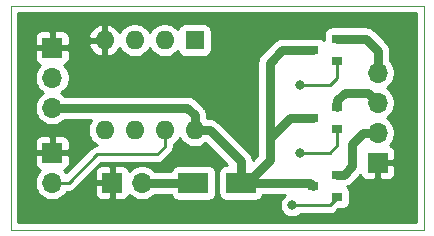
<source format=gbr>
%TF.GenerationSoftware,KiCad,Pcbnew,(5.1.6)-1*%
%TF.CreationDate,2020-09-18T09:58:32+02:00*%
%TF.ProjectId,rainbow-ledbar-CMS,7261696e-626f-4772-9d6c-65646261722d,rev?*%
%TF.SameCoordinates,Original*%
%TF.FileFunction,Copper,L2,Bot*%
%TF.FilePolarity,Positive*%
%FSLAX46Y46*%
G04 Gerber Fmt 4.6, Leading zero omitted, Abs format (unit mm)*
G04 Created by KiCad (PCBNEW (5.1.6)-1) date 2020-09-18 09:58:32*
%MOMM*%
%LPD*%
G01*
G04 APERTURE LIST*
%TA.AperFunction,Profile*%
%ADD10C,0.050000*%
%TD*%
%TA.AperFunction,SMDPad,CuDef*%
%ADD11R,0.900000X0.800000*%
%TD*%
%TA.AperFunction,SMDPad,CuDef*%
%ADD12R,2.500000X1.800000*%
%TD*%
%TA.AperFunction,ComponentPad*%
%ADD13R,1.700000X1.700000*%
%TD*%
%TA.AperFunction,ComponentPad*%
%ADD14O,1.700000X1.700000*%
%TD*%
%TA.AperFunction,ComponentPad*%
%ADD15R,1.600000X1.600000*%
%TD*%
%TA.AperFunction,ComponentPad*%
%ADD16O,1.600000X1.600000*%
%TD*%
%TA.AperFunction,ViaPad*%
%ADD17C,0.800000*%
%TD*%
%TA.AperFunction,Conductor*%
%ADD18C,0.800000*%
%TD*%
%TA.AperFunction,Conductor*%
%ADD19C,0.250000*%
%TD*%
%TA.AperFunction,Conductor*%
%ADD20C,0.254000*%
%TD*%
G04 APERTURE END LIST*
D10*
X140000000Y-91000000D02*
X140000000Y-72000000D01*
X175000000Y-91000000D02*
X140000000Y-91000000D01*
X175000000Y-72000000D02*
X175000000Y-91000000D01*
X140000000Y-72000000D02*
X175000000Y-72000000D01*
D11*
%TO.P,Q1,1*%
%TO.N,Net-(J1-Pad3)*%
X167624000Y-80546000D03*
%TO.P,Q1,2*%
%TO.N,Net-(Q1-Pad2)*%
X167624000Y-82446000D03*
%TO.P,Q1,3*%
%TO.N,VCC*%
X165624000Y-81496000D03*
%TD*%
%TO.P,Q2,3*%
%TO.N,VCC*%
X165624000Y-87251000D03*
%TO.P,Q2,2*%
%TO.N,Net-(Q2-Pad2)*%
X167624000Y-88201000D03*
%TO.P,Q2,1*%
%TO.N,Net-(J1-Pad2)*%
X167624000Y-86301000D03*
%TD*%
%TO.P,Q3,1*%
%TO.N,Net-(J1-Pad4)*%
X167624000Y-74796000D03*
%TO.P,Q3,2*%
%TO.N,Net-(Q3-Pad2)*%
X167624000Y-76696000D03*
%TO.P,Q3,3*%
%TO.N,VCC*%
X165624000Y-75746000D03*
%TD*%
D12*
%TO.P,D1,1*%
%TO.N,VCC*%
X159480000Y-86995000D03*
%TO.P,D1,2*%
%TO.N,Net-(D1-Pad2)*%
X155480000Y-86995000D03*
%TD*%
D13*
%TO.P,J1,1*%
%TO.N,GNDREF*%
X171069000Y-85300000D03*
D14*
%TO.P,J1,2*%
%TO.N,Net-(J1-Pad2)*%
X171069000Y-82760000D03*
%TO.P,J1,3*%
%TO.N,Net-(J1-Pad3)*%
X171069000Y-80220000D03*
%TO.P,J1,4*%
%TO.N,Net-(J1-Pad4)*%
X171069000Y-77680000D03*
%TD*%
D13*
%TO.P,J2,1*%
%TO.N,GNDREF*%
X148590000Y-86995000D03*
D14*
%TO.P,J2,2*%
%TO.N,Net-(D1-Pad2)*%
X151130000Y-86995000D03*
%TD*%
%TO.P,J3,2*%
%TO.N,PushButton*%
X143510000Y-86995000D03*
D13*
%TO.P,J3,1*%
%TO.N,GNDREF*%
X143510000Y-84455000D03*
%TD*%
%TO.P,J5,1*%
%TO.N,GNDREF*%
X143510000Y-75565000D03*
D14*
%TO.P,J5,2*%
%TO.N,Potentiom\u00E8tre*%
X143510000Y-78105000D03*
%TO.P,J5,3*%
%TO.N,VCC*%
X143510000Y-80645000D03*
%TD*%
D15*
%TO.P,U1,1*%
%TO.N,Net-(U1-Pad1)*%
X155575000Y-74930000D03*
D16*
%TO.P,U1,5*%
%TO.N,B*%
X147955000Y-82550000D03*
%TO.P,U1,2*%
%TO.N,R*%
X153035000Y-74930000D03*
%TO.P,U1,6*%
%TO.N,G*%
X150495000Y-82550000D03*
%TO.P,U1,3*%
%TO.N,Potentiom\u00E8tre*%
X150495000Y-74930000D03*
%TO.P,U1,7*%
%TO.N,PushButton*%
X153035000Y-82550000D03*
%TO.P,U1,4*%
%TO.N,GNDREF*%
X147955000Y-74930000D03*
%TO.P,U1,8*%
%TO.N,VCC*%
X155575000Y-82550000D03*
%TD*%
D17*
%TO.N,GNDREF*%
X153000000Y-78000000D03*
X173000000Y-74000000D03*
X173000000Y-89000000D03*
X156210000Y-84455000D03*
X146050000Y-88900000D03*
X159385000Y-73660000D03*
%TO.N,Net-(Q1-Pad2)*%
X164465000Y-84455000D03*
%TO.N,Net-(Q2-Pad2)*%
X163830000Y-88900000D03*
%TO.N,Net-(Q3-Pad2)*%
X164465000Y-78740000D03*
%TD*%
D18*
%TO.N,Net-(J1-Pad4)*%
X167624000Y-74796000D02*
X170046000Y-74796000D01*
X171069000Y-75819000D02*
X171069000Y-77680000D01*
X170046000Y-74796000D02*
X171069000Y-75819000D01*
%TO.N,Net-(J1-Pad3)*%
X167624000Y-80546000D02*
X167624000Y-80026000D01*
X167624000Y-80026000D02*
X168275000Y-79375000D01*
X170224000Y-79375000D02*
X171069000Y-80220000D01*
X168275000Y-79375000D02*
X170224000Y-79375000D01*
%TO.N,Net-(J1-Pad2)*%
X167624000Y-86301000D02*
X168216000Y-86301000D01*
X168910000Y-85607000D02*
X168910000Y-83716919D01*
X168910000Y-83716919D02*
X169866919Y-82760000D01*
X169866919Y-82760000D02*
X171069000Y-82760000D01*
X168216000Y-86301000D02*
X168910000Y-85607000D01*
%TO.N,VCC*%
X155575000Y-82550000D02*
X156845000Y-82550000D01*
X159480000Y-85185000D02*
X159480000Y-86995000D01*
X156845000Y-82550000D02*
X159480000Y-85185000D01*
X155575000Y-81280000D02*
X155575000Y-82550000D01*
X143510000Y-80645000D02*
X154940000Y-80645000D01*
X154940000Y-80645000D02*
X155575000Y-81280000D01*
X165368000Y-86995000D02*
X165624000Y-87251000D01*
X159480000Y-86995000D02*
X165368000Y-86995000D01*
X159480000Y-86995000D02*
X160020000Y-86995000D01*
X160020000Y-86995000D02*
X161925000Y-85090000D01*
X161925000Y-85090000D02*
X161925000Y-83185000D01*
X163614000Y-81496000D02*
X165624000Y-81496000D01*
X161925000Y-83185000D02*
X163614000Y-81496000D01*
X163014000Y-75746000D02*
X165624000Y-75746000D01*
X161925000Y-83185000D02*
X161925000Y-76835000D01*
X161925000Y-76835000D02*
X163014000Y-75746000D01*
D19*
%TO.N,PushButton*%
X153035000Y-83947000D02*
X153035000Y-82550000D01*
X152400000Y-84582000D02*
X153035000Y-83947000D01*
X147320000Y-84582000D02*
X152400000Y-84582000D01*
X143510000Y-86995000D02*
X144907000Y-86995000D01*
X144907000Y-86995000D02*
X147320000Y-84582000D01*
%TO.N,Net-(Q1-Pad2)*%
X164465000Y-84455000D02*
X167005000Y-84455000D01*
X167624000Y-83836000D02*
X167624000Y-82446000D01*
X167005000Y-84455000D02*
X167624000Y-83836000D01*
%TO.N,Net-(Q2-Pad2)*%
X167560000Y-88265000D02*
X167624000Y-88201000D01*
X167624000Y-88201000D02*
X167624000Y-88281000D01*
X167005000Y-88900000D02*
X163830000Y-88900000D01*
X167624000Y-88281000D02*
X167005000Y-88900000D01*
%TO.N,Net-(Q3-Pad2)*%
X164465000Y-78740000D02*
X167005000Y-78740000D01*
X167624000Y-78121000D02*
X167624000Y-76696000D01*
X167005000Y-78740000D02*
X167624000Y-78121000D01*
D18*
%TO.N,Net-(D1-Pad2)*%
X151130000Y-86995000D02*
X155480000Y-86995000D01*
%TD*%
D20*
%TO.N,GNDREF*%
G36*
X174340001Y-90340000D02*
G01*
X140660000Y-90340000D01*
X140660000Y-83605000D01*
X142021928Y-83605000D01*
X142025000Y-84169250D01*
X142183750Y-84328000D01*
X143383000Y-84328000D01*
X143383000Y-83128750D01*
X143637000Y-83128750D01*
X143637000Y-84328000D01*
X144836250Y-84328000D01*
X144995000Y-84169250D01*
X144998072Y-83605000D01*
X144985812Y-83480518D01*
X144949502Y-83360820D01*
X144890537Y-83250506D01*
X144811185Y-83153815D01*
X144714494Y-83074463D01*
X144604180Y-83015498D01*
X144484482Y-82979188D01*
X144360000Y-82966928D01*
X143795750Y-82970000D01*
X143637000Y-83128750D01*
X143383000Y-83128750D01*
X143224250Y-82970000D01*
X142660000Y-82966928D01*
X142535518Y-82979188D01*
X142415820Y-83015498D01*
X142305506Y-83074463D01*
X142208815Y-83153815D01*
X142129463Y-83250506D01*
X142070498Y-83360820D01*
X142034188Y-83480518D01*
X142021928Y-83605000D01*
X140660000Y-83605000D01*
X140660000Y-76415000D01*
X142021928Y-76415000D01*
X142034188Y-76539482D01*
X142070498Y-76659180D01*
X142129463Y-76769494D01*
X142208815Y-76866185D01*
X142305506Y-76945537D01*
X142415820Y-77004502D01*
X142488380Y-77026513D01*
X142356525Y-77158368D01*
X142194010Y-77401589D01*
X142082068Y-77671842D01*
X142025000Y-77958740D01*
X142025000Y-78251260D01*
X142082068Y-78538158D01*
X142194010Y-78808411D01*
X142356525Y-79051632D01*
X142563368Y-79258475D01*
X142737760Y-79375000D01*
X142563368Y-79491525D01*
X142356525Y-79698368D01*
X142194010Y-79941589D01*
X142082068Y-80211842D01*
X142025000Y-80498740D01*
X142025000Y-80791260D01*
X142082068Y-81078158D01*
X142194010Y-81348411D01*
X142356525Y-81591632D01*
X142563368Y-81798475D01*
X142806589Y-81960990D01*
X143076842Y-82072932D01*
X143363740Y-82130000D01*
X143656260Y-82130000D01*
X143943158Y-82072932D01*
X144213411Y-81960990D01*
X144456632Y-81798475D01*
X144575107Y-81680000D01*
X146810456Y-81680000D01*
X146683320Y-81870273D01*
X146575147Y-82131426D01*
X146520000Y-82408665D01*
X146520000Y-82691335D01*
X146575147Y-82968574D01*
X146683320Y-83229727D01*
X146840363Y-83464759D01*
X147040241Y-83664637D01*
X147275273Y-83821680D01*
X147277318Y-83822527D01*
X147171014Y-83832997D01*
X147027753Y-83876454D01*
X146895724Y-83947026D01*
X146779999Y-84041999D01*
X146756201Y-84070997D01*
X144709680Y-86117519D01*
X144663475Y-86048368D01*
X144531620Y-85916513D01*
X144604180Y-85894502D01*
X144714494Y-85835537D01*
X144811185Y-85756185D01*
X144890537Y-85659494D01*
X144949502Y-85549180D01*
X144985812Y-85429482D01*
X144998072Y-85305000D01*
X144995000Y-84740750D01*
X144836250Y-84582000D01*
X143637000Y-84582000D01*
X143637000Y-84602000D01*
X143383000Y-84602000D01*
X143383000Y-84582000D01*
X142183750Y-84582000D01*
X142025000Y-84740750D01*
X142021928Y-85305000D01*
X142034188Y-85429482D01*
X142070498Y-85549180D01*
X142129463Y-85659494D01*
X142208815Y-85756185D01*
X142305506Y-85835537D01*
X142415820Y-85894502D01*
X142488380Y-85916513D01*
X142356525Y-86048368D01*
X142194010Y-86291589D01*
X142082068Y-86561842D01*
X142025000Y-86848740D01*
X142025000Y-87141260D01*
X142082068Y-87428158D01*
X142194010Y-87698411D01*
X142356525Y-87941632D01*
X142563368Y-88148475D01*
X142806589Y-88310990D01*
X143076842Y-88422932D01*
X143363740Y-88480000D01*
X143656260Y-88480000D01*
X143943158Y-88422932D01*
X144213411Y-88310990D01*
X144456632Y-88148475D01*
X144663475Y-87941632D01*
X144728042Y-87845000D01*
X147101928Y-87845000D01*
X147114188Y-87969482D01*
X147150498Y-88089180D01*
X147209463Y-88199494D01*
X147288815Y-88296185D01*
X147385506Y-88375537D01*
X147495820Y-88434502D01*
X147615518Y-88470812D01*
X147740000Y-88483072D01*
X148304250Y-88480000D01*
X148463000Y-88321250D01*
X148463000Y-87122000D01*
X147263750Y-87122000D01*
X147105000Y-87280750D01*
X147101928Y-87845000D01*
X144728042Y-87845000D01*
X144788178Y-87755000D01*
X144869678Y-87755000D01*
X144907000Y-87758676D01*
X144944322Y-87755000D01*
X144944333Y-87755000D01*
X145055986Y-87744003D01*
X145199247Y-87700546D01*
X145331276Y-87629974D01*
X145447001Y-87535001D01*
X145470804Y-87505997D01*
X146831801Y-86145000D01*
X147101928Y-86145000D01*
X147105000Y-86709250D01*
X147263750Y-86868000D01*
X148463000Y-86868000D01*
X148463000Y-85668750D01*
X148717000Y-85668750D01*
X148717000Y-86868000D01*
X148737000Y-86868000D01*
X148737000Y-87122000D01*
X148717000Y-87122000D01*
X148717000Y-88321250D01*
X148875750Y-88480000D01*
X149440000Y-88483072D01*
X149564482Y-88470812D01*
X149684180Y-88434502D01*
X149794494Y-88375537D01*
X149891185Y-88296185D01*
X149970537Y-88199494D01*
X150029502Y-88089180D01*
X150051513Y-88016620D01*
X150183368Y-88148475D01*
X150426589Y-88310990D01*
X150696842Y-88422932D01*
X150983740Y-88480000D01*
X151276260Y-88480000D01*
X151563158Y-88422932D01*
X151833411Y-88310990D01*
X152076632Y-88148475D01*
X152195107Y-88030000D01*
X153607379Y-88030000D01*
X153640498Y-88139180D01*
X153699463Y-88249494D01*
X153778815Y-88346185D01*
X153875506Y-88425537D01*
X153985820Y-88484502D01*
X154105518Y-88520812D01*
X154230000Y-88533072D01*
X156730000Y-88533072D01*
X156854482Y-88520812D01*
X156974180Y-88484502D01*
X157084494Y-88425537D01*
X157181185Y-88346185D01*
X157260537Y-88249494D01*
X157319502Y-88139180D01*
X157355812Y-88019482D01*
X157368072Y-87895000D01*
X157368072Y-86095000D01*
X157355812Y-85970518D01*
X157319502Y-85850820D01*
X157260537Y-85740506D01*
X157181185Y-85643815D01*
X157084494Y-85564463D01*
X156974180Y-85505498D01*
X156854482Y-85469188D01*
X156730000Y-85456928D01*
X154230000Y-85456928D01*
X154105518Y-85469188D01*
X153985820Y-85505498D01*
X153875506Y-85564463D01*
X153778815Y-85643815D01*
X153699463Y-85740506D01*
X153640498Y-85850820D01*
X153607379Y-85960000D01*
X152195107Y-85960000D01*
X152076632Y-85841525D01*
X151833411Y-85679010D01*
X151563158Y-85567068D01*
X151276260Y-85510000D01*
X150983740Y-85510000D01*
X150696842Y-85567068D01*
X150426589Y-85679010D01*
X150183368Y-85841525D01*
X150051513Y-85973380D01*
X150029502Y-85900820D01*
X149970537Y-85790506D01*
X149891185Y-85693815D01*
X149794494Y-85614463D01*
X149684180Y-85555498D01*
X149564482Y-85519188D01*
X149440000Y-85506928D01*
X148875750Y-85510000D01*
X148717000Y-85668750D01*
X148463000Y-85668750D01*
X148304250Y-85510000D01*
X147740000Y-85506928D01*
X147615518Y-85519188D01*
X147495820Y-85555498D01*
X147385506Y-85614463D01*
X147288815Y-85693815D01*
X147209463Y-85790506D01*
X147150498Y-85900820D01*
X147114188Y-86020518D01*
X147101928Y-86145000D01*
X146831801Y-86145000D01*
X147634802Y-85342000D01*
X152362678Y-85342000D01*
X152400000Y-85345676D01*
X152437322Y-85342000D01*
X152437333Y-85342000D01*
X152548986Y-85331003D01*
X152692247Y-85287546D01*
X152824276Y-85216974D01*
X152940001Y-85122001D01*
X152963803Y-85092998D01*
X153546004Y-84510798D01*
X153575001Y-84487001D01*
X153669974Y-84371276D01*
X153740546Y-84239247D01*
X153784003Y-84095986D01*
X153795000Y-83984333D01*
X153795000Y-83984332D01*
X153798677Y-83947000D01*
X153795000Y-83909667D01*
X153795000Y-83768043D01*
X153949759Y-83664637D01*
X154149637Y-83464759D01*
X154305000Y-83232241D01*
X154460363Y-83464759D01*
X154660241Y-83664637D01*
X154895273Y-83821680D01*
X155156426Y-83929853D01*
X155433665Y-83985000D01*
X155716335Y-83985000D01*
X155993574Y-83929853D01*
X156254727Y-83821680D01*
X156489759Y-83664637D01*
X156492843Y-83661553D01*
X158288217Y-85456928D01*
X158230000Y-85456928D01*
X158105518Y-85469188D01*
X157985820Y-85505498D01*
X157875506Y-85564463D01*
X157778815Y-85643815D01*
X157699463Y-85740506D01*
X157640498Y-85850820D01*
X157604188Y-85970518D01*
X157591928Y-86095000D01*
X157591928Y-87895000D01*
X157604188Y-88019482D01*
X157640498Y-88139180D01*
X157699463Y-88249494D01*
X157778815Y-88346185D01*
X157875506Y-88425537D01*
X157985820Y-88484502D01*
X158105518Y-88520812D01*
X158230000Y-88533072D01*
X160730000Y-88533072D01*
X160854482Y-88520812D01*
X160974180Y-88484502D01*
X161084494Y-88425537D01*
X161181185Y-88346185D01*
X161260537Y-88249494D01*
X161319502Y-88139180D01*
X161352621Y-88030000D01*
X163269097Y-88030000D01*
X163170226Y-88096063D01*
X163026063Y-88240226D01*
X162912795Y-88409744D01*
X162834774Y-88598102D01*
X162795000Y-88798061D01*
X162795000Y-89001939D01*
X162834774Y-89201898D01*
X162912795Y-89390256D01*
X163026063Y-89559774D01*
X163170226Y-89703937D01*
X163339744Y-89817205D01*
X163528102Y-89895226D01*
X163728061Y-89935000D01*
X163931939Y-89935000D01*
X164131898Y-89895226D01*
X164320256Y-89817205D01*
X164489774Y-89703937D01*
X164533711Y-89660000D01*
X166967678Y-89660000D01*
X167005000Y-89663676D01*
X167042322Y-89660000D01*
X167042333Y-89660000D01*
X167153986Y-89649003D01*
X167297247Y-89605546D01*
X167429276Y-89534974D01*
X167545001Y-89440001D01*
X167568803Y-89410998D01*
X167740729Y-89239072D01*
X168074000Y-89239072D01*
X168198482Y-89226812D01*
X168318180Y-89190502D01*
X168428494Y-89131537D01*
X168525185Y-89052185D01*
X168604537Y-88955494D01*
X168663502Y-88845180D01*
X168699812Y-88725482D01*
X168712072Y-88601000D01*
X168712072Y-87801000D01*
X168699812Y-87676518D01*
X168663502Y-87556820D01*
X168604537Y-87446506D01*
X168525185Y-87349815D01*
X168470885Y-87305253D01*
X168613993Y-87261841D01*
X168793797Y-87165734D01*
X168951396Y-87036396D01*
X168983807Y-86996903D01*
X169605903Y-86374807D01*
X169620090Y-86363164D01*
X169629498Y-86394180D01*
X169688463Y-86504494D01*
X169767815Y-86601185D01*
X169864506Y-86680537D01*
X169974820Y-86739502D01*
X170094518Y-86775812D01*
X170219000Y-86788072D01*
X170783250Y-86785000D01*
X170942000Y-86626250D01*
X170942000Y-85427000D01*
X171196000Y-85427000D01*
X171196000Y-86626250D01*
X171354750Y-86785000D01*
X171919000Y-86788072D01*
X172043482Y-86775812D01*
X172163180Y-86739502D01*
X172273494Y-86680537D01*
X172370185Y-86601185D01*
X172449537Y-86504494D01*
X172508502Y-86394180D01*
X172544812Y-86274482D01*
X172557072Y-86150000D01*
X172554000Y-85585750D01*
X172395250Y-85427000D01*
X171196000Y-85427000D01*
X170942000Y-85427000D01*
X170922000Y-85427000D01*
X170922000Y-85173000D01*
X170942000Y-85173000D01*
X170942000Y-85153000D01*
X171196000Y-85153000D01*
X171196000Y-85173000D01*
X172395250Y-85173000D01*
X172554000Y-85014250D01*
X172557072Y-84450000D01*
X172544812Y-84325518D01*
X172508502Y-84205820D01*
X172449537Y-84095506D01*
X172370185Y-83998815D01*
X172273494Y-83919463D01*
X172163180Y-83860498D01*
X172090620Y-83838487D01*
X172222475Y-83706632D01*
X172384990Y-83463411D01*
X172496932Y-83193158D01*
X172554000Y-82906260D01*
X172554000Y-82613740D01*
X172496932Y-82326842D01*
X172384990Y-82056589D01*
X172222475Y-81813368D01*
X172015632Y-81606525D01*
X171841240Y-81490000D01*
X172015632Y-81373475D01*
X172222475Y-81166632D01*
X172384990Y-80923411D01*
X172496932Y-80653158D01*
X172554000Y-80366260D01*
X172554000Y-80073740D01*
X172496932Y-79786842D01*
X172384990Y-79516589D01*
X172222475Y-79273368D01*
X172015632Y-79066525D01*
X171841240Y-78950000D01*
X172015632Y-78833475D01*
X172222475Y-78626632D01*
X172384990Y-78383411D01*
X172496932Y-78113158D01*
X172554000Y-77826260D01*
X172554000Y-77533740D01*
X172496932Y-77246842D01*
X172384990Y-76976589D01*
X172222475Y-76733368D01*
X172104000Y-76614893D01*
X172104000Y-75869827D01*
X172109006Y-75818999D01*
X172104000Y-75768171D01*
X172104000Y-75768162D01*
X172089024Y-75616105D01*
X172029841Y-75421007D01*
X171933734Y-75241203D01*
X171804396Y-75083604D01*
X171764908Y-75051197D01*
X170813807Y-74100097D01*
X170781396Y-74060604D01*
X170623797Y-73931266D01*
X170443993Y-73835159D01*
X170248895Y-73775976D01*
X170096838Y-73761000D01*
X170096828Y-73761000D01*
X170046000Y-73755994D01*
X169995172Y-73761000D01*
X168105192Y-73761000D01*
X168074000Y-73757928D01*
X167174000Y-73757928D01*
X167049518Y-73770188D01*
X166929820Y-73806498D01*
X166819506Y-73865463D01*
X166722815Y-73944815D01*
X166643463Y-74041506D01*
X166584498Y-74151820D01*
X166548188Y-74271518D01*
X166535928Y-74396000D01*
X166535928Y-74907905D01*
X166525185Y-74894815D01*
X166428494Y-74815463D01*
X166318180Y-74756498D01*
X166198482Y-74720188D01*
X166074000Y-74707928D01*
X165174000Y-74707928D01*
X165142808Y-74711000D01*
X163064835Y-74711000D01*
X163014000Y-74705993D01*
X162963165Y-74711000D01*
X162963162Y-74711000D01*
X162811105Y-74725976D01*
X162661415Y-74771385D01*
X162616006Y-74785159D01*
X162436202Y-74881266D01*
X162419693Y-74894815D01*
X162278604Y-75010604D01*
X162246197Y-75050092D01*
X161229092Y-76067198D01*
X161189605Y-76099604D01*
X161157198Y-76139092D01*
X161157197Y-76139093D01*
X161060266Y-76257203D01*
X160964160Y-76437007D01*
X160904977Y-76632105D01*
X160884994Y-76835000D01*
X160890001Y-76885838D01*
X160890000Y-83134172D01*
X160884994Y-83185000D01*
X160890000Y-83235828D01*
X160890000Y-83235837D01*
X160890001Y-83235847D01*
X160890000Y-84661289D01*
X160506225Y-85045065D01*
X160500024Y-84982105D01*
X160440841Y-84787007D01*
X160396104Y-84703309D01*
X160344734Y-84607202D01*
X160247803Y-84489092D01*
X160215396Y-84449604D01*
X160175908Y-84417197D01*
X157612807Y-81854097D01*
X157580396Y-81814604D01*
X157422797Y-81685266D01*
X157242993Y-81589159D01*
X157047895Y-81529976D01*
X156895838Y-81515000D01*
X156895828Y-81515000D01*
X156845000Y-81509994D01*
X156794172Y-81515000D01*
X156610000Y-81515000D01*
X156610000Y-81330835D01*
X156615007Y-81280000D01*
X156609373Y-81222797D01*
X156595024Y-81077105D01*
X156546821Y-80918203D01*
X156535841Y-80882006D01*
X156439734Y-80702202D01*
X156388942Y-80640313D01*
X156310396Y-80544604D01*
X156270903Y-80512193D01*
X155707807Y-79949097D01*
X155675396Y-79909604D01*
X155517797Y-79780266D01*
X155337993Y-79684159D01*
X155142895Y-79624976D01*
X154990838Y-79610000D01*
X154990828Y-79610000D01*
X154940000Y-79604994D01*
X154889172Y-79610000D01*
X144575107Y-79610000D01*
X144456632Y-79491525D01*
X144282240Y-79375000D01*
X144456632Y-79258475D01*
X144663475Y-79051632D01*
X144825990Y-78808411D01*
X144937932Y-78538158D01*
X144995000Y-78251260D01*
X144995000Y-77958740D01*
X144937932Y-77671842D01*
X144825990Y-77401589D01*
X144663475Y-77158368D01*
X144531620Y-77026513D01*
X144604180Y-77004502D01*
X144714494Y-76945537D01*
X144811185Y-76866185D01*
X144890537Y-76769494D01*
X144949502Y-76659180D01*
X144985812Y-76539482D01*
X144998072Y-76415000D01*
X144995000Y-75850750D01*
X144836250Y-75692000D01*
X143637000Y-75692000D01*
X143637000Y-75712000D01*
X143383000Y-75712000D01*
X143383000Y-75692000D01*
X142183750Y-75692000D01*
X142025000Y-75850750D01*
X142021928Y-76415000D01*
X140660000Y-76415000D01*
X140660000Y-74715000D01*
X142021928Y-74715000D01*
X142025000Y-75279250D01*
X142183750Y-75438000D01*
X143383000Y-75438000D01*
X143383000Y-74238750D01*
X143637000Y-74238750D01*
X143637000Y-75438000D01*
X144836250Y-75438000D01*
X144995000Y-75279250D01*
X144995001Y-75279040D01*
X146563091Y-75279040D01*
X146657930Y-75543881D01*
X146802615Y-75785131D01*
X146991586Y-75993519D01*
X147217580Y-76161037D01*
X147471913Y-76281246D01*
X147605961Y-76321904D01*
X147828000Y-76199915D01*
X147828000Y-75057000D01*
X146684376Y-75057000D01*
X146563091Y-75279040D01*
X144995001Y-75279040D01*
X144998072Y-74715000D01*
X144985812Y-74590518D01*
X144982913Y-74580960D01*
X146563091Y-74580960D01*
X146684376Y-74803000D01*
X147828000Y-74803000D01*
X147828000Y-73660085D01*
X148082000Y-73660085D01*
X148082000Y-74803000D01*
X148102000Y-74803000D01*
X148102000Y-75057000D01*
X148082000Y-75057000D01*
X148082000Y-76199915D01*
X148304039Y-76321904D01*
X148438087Y-76281246D01*
X148692420Y-76161037D01*
X148918414Y-75993519D01*
X149107385Y-75785131D01*
X149218933Y-75599135D01*
X149223320Y-75609727D01*
X149380363Y-75844759D01*
X149580241Y-76044637D01*
X149815273Y-76201680D01*
X150076426Y-76309853D01*
X150353665Y-76365000D01*
X150636335Y-76365000D01*
X150913574Y-76309853D01*
X151174727Y-76201680D01*
X151409759Y-76044637D01*
X151609637Y-75844759D01*
X151765000Y-75612241D01*
X151920363Y-75844759D01*
X152120241Y-76044637D01*
X152355273Y-76201680D01*
X152616426Y-76309853D01*
X152893665Y-76365000D01*
X153176335Y-76365000D01*
X153453574Y-76309853D01*
X153714727Y-76201680D01*
X153949759Y-76044637D01*
X154148357Y-75846039D01*
X154149188Y-75854482D01*
X154185498Y-75974180D01*
X154244463Y-76084494D01*
X154323815Y-76181185D01*
X154420506Y-76260537D01*
X154530820Y-76319502D01*
X154650518Y-76355812D01*
X154775000Y-76368072D01*
X156375000Y-76368072D01*
X156499482Y-76355812D01*
X156619180Y-76319502D01*
X156729494Y-76260537D01*
X156826185Y-76181185D01*
X156905537Y-76084494D01*
X156964502Y-75974180D01*
X157000812Y-75854482D01*
X157013072Y-75730000D01*
X157013072Y-74130000D01*
X157000812Y-74005518D01*
X156964502Y-73885820D01*
X156905537Y-73775506D01*
X156826185Y-73678815D01*
X156729494Y-73599463D01*
X156619180Y-73540498D01*
X156499482Y-73504188D01*
X156375000Y-73491928D01*
X154775000Y-73491928D01*
X154650518Y-73504188D01*
X154530820Y-73540498D01*
X154420506Y-73599463D01*
X154323815Y-73678815D01*
X154244463Y-73775506D01*
X154185498Y-73885820D01*
X154149188Y-74005518D01*
X154148357Y-74013961D01*
X153949759Y-73815363D01*
X153714727Y-73658320D01*
X153453574Y-73550147D01*
X153176335Y-73495000D01*
X152893665Y-73495000D01*
X152616426Y-73550147D01*
X152355273Y-73658320D01*
X152120241Y-73815363D01*
X151920363Y-74015241D01*
X151765000Y-74247759D01*
X151609637Y-74015241D01*
X151409759Y-73815363D01*
X151174727Y-73658320D01*
X150913574Y-73550147D01*
X150636335Y-73495000D01*
X150353665Y-73495000D01*
X150076426Y-73550147D01*
X149815273Y-73658320D01*
X149580241Y-73815363D01*
X149380363Y-74015241D01*
X149223320Y-74250273D01*
X149218933Y-74260865D01*
X149107385Y-74074869D01*
X148918414Y-73866481D01*
X148692420Y-73698963D01*
X148438087Y-73578754D01*
X148304039Y-73538096D01*
X148082000Y-73660085D01*
X147828000Y-73660085D01*
X147605961Y-73538096D01*
X147471913Y-73578754D01*
X147217580Y-73698963D01*
X146991586Y-73866481D01*
X146802615Y-74074869D01*
X146657930Y-74316119D01*
X146563091Y-74580960D01*
X144982913Y-74580960D01*
X144949502Y-74470820D01*
X144890537Y-74360506D01*
X144811185Y-74263815D01*
X144714494Y-74184463D01*
X144604180Y-74125498D01*
X144484482Y-74089188D01*
X144360000Y-74076928D01*
X143795750Y-74080000D01*
X143637000Y-74238750D01*
X143383000Y-74238750D01*
X143224250Y-74080000D01*
X142660000Y-74076928D01*
X142535518Y-74089188D01*
X142415820Y-74125498D01*
X142305506Y-74184463D01*
X142208815Y-74263815D01*
X142129463Y-74360506D01*
X142070498Y-74470820D01*
X142034188Y-74590518D01*
X142021928Y-74715000D01*
X140660000Y-74715000D01*
X140660000Y-72660000D01*
X174340000Y-72660000D01*
X174340001Y-90340000D01*
G37*
X174340001Y-90340000D02*
X140660000Y-90340000D01*
X140660000Y-83605000D01*
X142021928Y-83605000D01*
X142025000Y-84169250D01*
X142183750Y-84328000D01*
X143383000Y-84328000D01*
X143383000Y-83128750D01*
X143637000Y-83128750D01*
X143637000Y-84328000D01*
X144836250Y-84328000D01*
X144995000Y-84169250D01*
X144998072Y-83605000D01*
X144985812Y-83480518D01*
X144949502Y-83360820D01*
X144890537Y-83250506D01*
X144811185Y-83153815D01*
X144714494Y-83074463D01*
X144604180Y-83015498D01*
X144484482Y-82979188D01*
X144360000Y-82966928D01*
X143795750Y-82970000D01*
X143637000Y-83128750D01*
X143383000Y-83128750D01*
X143224250Y-82970000D01*
X142660000Y-82966928D01*
X142535518Y-82979188D01*
X142415820Y-83015498D01*
X142305506Y-83074463D01*
X142208815Y-83153815D01*
X142129463Y-83250506D01*
X142070498Y-83360820D01*
X142034188Y-83480518D01*
X142021928Y-83605000D01*
X140660000Y-83605000D01*
X140660000Y-76415000D01*
X142021928Y-76415000D01*
X142034188Y-76539482D01*
X142070498Y-76659180D01*
X142129463Y-76769494D01*
X142208815Y-76866185D01*
X142305506Y-76945537D01*
X142415820Y-77004502D01*
X142488380Y-77026513D01*
X142356525Y-77158368D01*
X142194010Y-77401589D01*
X142082068Y-77671842D01*
X142025000Y-77958740D01*
X142025000Y-78251260D01*
X142082068Y-78538158D01*
X142194010Y-78808411D01*
X142356525Y-79051632D01*
X142563368Y-79258475D01*
X142737760Y-79375000D01*
X142563368Y-79491525D01*
X142356525Y-79698368D01*
X142194010Y-79941589D01*
X142082068Y-80211842D01*
X142025000Y-80498740D01*
X142025000Y-80791260D01*
X142082068Y-81078158D01*
X142194010Y-81348411D01*
X142356525Y-81591632D01*
X142563368Y-81798475D01*
X142806589Y-81960990D01*
X143076842Y-82072932D01*
X143363740Y-82130000D01*
X143656260Y-82130000D01*
X143943158Y-82072932D01*
X144213411Y-81960990D01*
X144456632Y-81798475D01*
X144575107Y-81680000D01*
X146810456Y-81680000D01*
X146683320Y-81870273D01*
X146575147Y-82131426D01*
X146520000Y-82408665D01*
X146520000Y-82691335D01*
X146575147Y-82968574D01*
X146683320Y-83229727D01*
X146840363Y-83464759D01*
X147040241Y-83664637D01*
X147275273Y-83821680D01*
X147277318Y-83822527D01*
X147171014Y-83832997D01*
X147027753Y-83876454D01*
X146895724Y-83947026D01*
X146779999Y-84041999D01*
X146756201Y-84070997D01*
X144709680Y-86117519D01*
X144663475Y-86048368D01*
X144531620Y-85916513D01*
X144604180Y-85894502D01*
X144714494Y-85835537D01*
X144811185Y-85756185D01*
X144890537Y-85659494D01*
X144949502Y-85549180D01*
X144985812Y-85429482D01*
X144998072Y-85305000D01*
X144995000Y-84740750D01*
X144836250Y-84582000D01*
X143637000Y-84582000D01*
X143637000Y-84602000D01*
X143383000Y-84602000D01*
X143383000Y-84582000D01*
X142183750Y-84582000D01*
X142025000Y-84740750D01*
X142021928Y-85305000D01*
X142034188Y-85429482D01*
X142070498Y-85549180D01*
X142129463Y-85659494D01*
X142208815Y-85756185D01*
X142305506Y-85835537D01*
X142415820Y-85894502D01*
X142488380Y-85916513D01*
X142356525Y-86048368D01*
X142194010Y-86291589D01*
X142082068Y-86561842D01*
X142025000Y-86848740D01*
X142025000Y-87141260D01*
X142082068Y-87428158D01*
X142194010Y-87698411D01*
X142356525Y-87941632D01*
X142563368Y-88148475D01*
X142806589Y-88310990D01*
X143076842Y-88422932D01*
X143363740Y-88480000D01*
X143656260Y-88480000D01*
X143943158Y-88422932D01*
X144213411Y-88310990D01*
X144456632Y-88148475D01*
X144663475Y-87941632D01*
X144728042Y-87845000D01*
X147101928Y-87845000D01*
X147114188Y-87969482D01*
X147150498Y-88089180D01*
X147209463Y-88199494D01*
X147288815Y-88296185D01*
X147385506Y-88375537D01*
X147495820Y-88434502D01*
X147615518Y-88470812D01*
X147740000Y-88483072D01*
X148304250Y-88480000D01*
X148463000Y-88321250D01*
X148463000Y-87122000D01*
X147263750Y-87122000D01*
X147105000Y-87280750D01*
X147101928Y-87845000D01*
X144728042Y-87845000D01*
X144788178Y-87755000D01*
X144869678Y-87755000D01*
X144907000Y-87758676D01*
X144944322Y-87755000D01*
X144944333Y-87755000D01*
X145055986Y-87744003D01*
X145199247Y-87700546D01*
X145331276Y-87629974D01*
X145447001Y-87535001D01*
X145470804Y-87505997D01*
X146831801Y-86145000D01*
X147101928Y-86145000D01*
X147105000Y-86709250D01*
X147263750Y-86868000D01*
X148463000Y-86868000D01*
X148463000Y-85668750D01*
X148717000Y-85668750D01*
X148717000Y-86868000D01*
X148737000Y-86868000D01*
X148737000Y-87122000D01*
X148717000Y-87122000D01*
X148717000Y-88321250D01*
X148875750Y-88480000D01*
X149440000Y-88483072D01*
X149564482Y-88470812D01*
X149684180Y-88434502D01*
X149794494Y-88375537D01*
X149891185Y-88296185D01*
X149970537Y-88199494D01*
X150029502Y-88089180D01*
X150051513Y-88016620D01*
X150183368Y-88148475D01*
X150426589Y-88310990D01*
X150696842Y-88422932D01*
X150983740Y-88480000D01*
X151276260Y-88480000D01*
X151563158Y-88422932D01*
X151833411Y-88310990D01*
X152076632Y-88148475D01*
X152195107Y-88030000D01*
X153607379Y-88030000D01*
X153640498Y-88139180D01*
X153699463Y-88249494D01*
X153778815Y-88346185D01*
X153875506Y-88425537D01*
X153985820Y-88484502D01*
X154105518Y-88520812D01*
X154230000Y-88533072D01*
X156730000Y-88533072D01*
X156854482Y-88520812D01*
X156974180Y-88484502D01*
X157084494Y-88425537D01*
X157181185Y-88346185D01*
X157260537Y-88249494D01*
X157319502Y-88139180D01*
X157355812Y-88019482D01*
X157368072Y-87895000D01*
X157368072Y-86095000D01*
X157355812Y-85970518D01*
X157319502Y-85850820D01*
X157260537Y-85740506D01*
X157181185Y-85643815D01*
X157084494Y-85564463D01*
X156974180Y-85505498D01*
X156854482Y-85469188D01*
X156730000Y-85456928D01*
X154230000Y-85456928D01*
X154105518Y-85469188D01*
X153985820Y-85505498D01*
X153875506Y-85564463D01*
X153778815Y-85643815D01*
X153699463Y-85740506D01*
X153640498Y-85850820D01*
X153607379Y-85960000D01*
X152195107Y-85960000D01*
X152076632Y-85841525D01*
X151833411Y-85679010D01*
X151563158Y-85567068D01*
X151276260Y-85510000D01*
X150983740Y-85510000D01*
X150696842Y-85567068D01*
X150426589Y-85679010D01*
X150183368Y-85841525D01*
X150051513Y-85973380D01*
X150029502Y-85900820D01*
X149970537Y-85790506D01*
X149891185Y-85693815D01*
X149794494Y-85614463D01*
X149684180Y-85555498D01*
X149564482Y-85519188D01*
X149440000Y-85506928D01*
X148875750Y-85510000D01*
X148717000Y-85668750D01*
X148463000Y-85668750D01*
X148304250Y-85510000D01*
X147740000Y-85506928D01*
X147615518Y-85519188D01*
X147495820Y-85555498D01*
X147385506Y-85614463D01*
X147288815Y-85693815D01*
X147209463Y-85790506D01*
X147150498Y-85900820D01*
X147114188Y-86020518D01*
X147101928Y-86145000D01*
X146831801Y-86145000D01*
X147634802Y-85342000D01*
X152362678Y-85342000D01*
X152400000Y-85345676D01*
X152437322Y-85342000D01*
X152437333Y-85342000D01*
X152548986Y-85331003D01*
X152692247Y-85287546D01*
X152824276Y-85216974D01*
X152940001Y-85122001D01*
X152963803Y-85092998D01*
X153546004Y-84510798D01*
X153575001Y-84487001D01*
X153669974Y-84371276D01*
X153740546Y-84239247D01*
X153784003Y-84095986D01*
X153795000Y-83984333D01*
X153795000Y-83984332D01*
X153798677Y-83947000D01*
X153795000Y-83909667D01*
X153795000Y-83768043D01*
X153949759Y-83664637D01*
X154149637Y-83464759D01*
X154305000Y-83232241D01*
X154460363Y-83464759D01*
X154660241Y-83664637D01*
X154895273Y-83821680D01*
X155156426Y-83929853D01*
X155433665Y-83985000D01*
X155716335Y-83985000D01*
X155993574Y-83929853D01*
X156254727Y-83821680D01*
X156489759Y-83664637D01*
X156492843Y-83661553D01*
X158288217Y-85456928D01*
X158230000Y-85456928D01*
X158105518Y-85469188D01*
X157985820Y-85505498D01*
X157875506Y-85564463D01*
X157778815Y-85643815D01*
X157699463Y-85740506D01*
X157640498Y-85850820D01*
X157604188Y-85970518D01*
X157591928Y-86095000D01*
X157591928Y-87895000D01*
X157604188Y-88019482D01*
X157640498Y-88139180D01*
X157699463Y-88249494D01*
X157778815Y-88346185D01*
X157875506Y-88425537D01*
X157985820Y-88484502D01*
X158105518Y-88520812D01*
X158230000Y-88533072D01*
X160730000Y-88533072D01*
X160854482Y-88520812D01*
X160974180Y-88484502D01*
X161084494Y-88425537D01*
X161181185Y-88346185D01*
X161260537Y-88249494D01*
X161319502Y-88139180D01*
X161352621Y-88030000D01*
X163269097Y-88030000D01*
X163170226Y-88096063D01*
X163026063Y-88240226D01*
X162912795Y-88409744D01*
X162834774Y-88598102D01*
X162795000Y-88798061D01*
X162795000Y-89001939D01*
X162834774Y-89201898D01*
X162912795Y-89390256D01*
X163026063Y-89559774D01*
X163170226Y-89703937D01*
X163339744Y-89817205D01*
X163528102Y-89895226D01*
X163728061Y-89935000D01*
X163931939Y-89935000D01*
X164131898Y-89895226D01*
X164320256Y-89817205D01*
X164489774Y-89703937D01*
X164533711Y-89660000D01*
X166967678Y-89660000D01*
X167005000Y-89663676D01*
X167042322Y-89660000D01*
X167042333Y-89660000D01*
X167153986Y-89649003D01*
X167297247Y-89605546D01*
X167429276Y-89534974D01*
X167545001Y-89440001D01*
X167568803Y-89410998D01*
X167740729Y-89239072D01*
X168074000Y-89239072D01*
X168198482Y-89226812D01*
X168318180Y-89190502D01*
X168428494Y-89131537D01*
X168525185Y-89052185D01*
X168604537Y-88955494D01*
X168663502Y-88845180D01*
X168699812Y-88725482D01*
X168712072Y-88601000D01*
X168712072Y-87801000D01*
X168699812Y-87676518D01*
X168663502Y-87556820D01*
X168604537Y-87446506D01*
X168525185Y-87349815D01*
X168470885Y-87305253D01*
X168613993Y-87261841D01*
X168793797Y-87165734D01*
X168951396Y-87036396D01*
X168983807Y-86996903D01*
X169605903Y-86374807D01*
X169620090Y-86363164D01*
X169629498Y-86394180D01*
X169688463Y-86504494D01*
X169767815Y-86601185D01*
X169864506Y-86680537D01*
X169974820Y-86739502D01*
X170094518Y-86775812D01*
X170219000Y-86788072D01*
X170783250Y-86785000D01*
X170942000Y-86626250D01*
X170942000Y-85427000D01*
X171196000Y-85427000D01*
X171196000Y-86626250D01*
X171354750Y-86785000D01*
X171919000Y-86788072D01*
X172043482Y-86775812D01*
X172163180Y-86739502D01*
X172273494Y-86680537D01*
X172370185Y-86601185D01*
X172449537Y-86504494D01*
X172508502Y-86394180D01*
X172544812Y-86274482D01*
X172557072Y-86150000D01*
X172554000Y-85585750D01*
X172395250Y-85427000D01*
X171196000Y-85427000D01*
X170942000Y-85427000D01*
X170922000Y-85427000D01*
X170922000Y-85173000D01*
X170942000Y-85173000D01*
X170942000Y-85153000D01*
X171196000Y-85153000D01*
X171196000Y-85173000D01*
X172395250Y-85173000D01*
X172554000Y-85014250D01*
X172557072Y-84450000D01*
X172544812Y-84325518D01*
X172508502Y-84205820D01*
X172449537Y-84095506D01*
X172370185Y-83998815D01*
X172273494Y-83919463D01*
X172163180Y-83860498D01*
X172090620Y-83838487D01*
X172222475Y-83706632D01*
X172384990Y-83463411D01*
X172496932Y-83193158D01*
X172554000Y-82906260D01*
X172554000Y-82613740D01*
X172496932Y-82326842D01*
X172384990Y-82056589D01*
X172222475Y-81813368D01*
X172015632Y-81606525D01*
X171841240Y-81490000D01*
X172015632Y-81373475D01*
X172222475Y-81166632D01*
X172384990Y-80923411D01*
X172496932Y-80653158D01*
X172554000Y-80366260D01*
X172554000Y-80073740D01*
X172496932Y-79786842D01*
X172384990Y-79516589D01*
X172222475Y-79273368D01*
X172015632Y-79066525D01*
X171841240Y-78950000D01*
X172015632Y-78833475D01*
X172222475Y-78626632D01*
X172384990Y-78383411D01*
X172496932Y-78113158D01*
X172554000Y-77826260D01*
X172554000Y-77533740D01*
X172496932Y-77246842D01*
X172384990Y-76976589D01*
X172222475Y-76733368D01*
X172104000Y-76614893D01*
X172104000Y-75869827D01*
X172109006Y-75818999D01*
X172104000Y-75768171D01*
X172104000Y-75768162D01*
X172089024Y-75616105D01*
X172029841Y-75421007D01*
X171933734Y-75241203D01*
X171804396Y-75083604D01*
X171764908Y-75051197D01*
X170813807Y-74100097D01*
X170781396Y-74060604D01*
X170623797Y-73931266D01*
X170443993Y-73835159D01*
X170248895Y-73775976D01*
X170096838Y-73761000D01*
X170096828Y-73761000D01*
X170046000Y-73755994D01*
X169995172Y-73761000D01*
X168105192Y-73761000D01*
X168074000Y-73757928D01*
X167174000Y-73757928D01*
X167049518Y-73770188D01*
X166929820Y-73806498D01*
X166819506Y-73865463D01*
X166722815Y-73944815D01*
X166643463Y-74041506D01*
X166584498Y-74151820D01*
X166548188Y-74271518D01*
X166535928Y-74396000D01*
X166535928Y-74907905D01*
X166525185Y-74894815D01*
X166428494Y-74815463D01*
X166318180Y-74756498D01*
X166198482Y-74720188D01*
X166074000Y-74707928D01*
X165174000Y-74707928D01*
X165142808Y-74711000D01*
X163064835Y-74711000D01*
X163014000Y-74705993D01*
X162963165Y-74711000D01*
X162963162Y-74711000D01*
X162811105Y-74725976D01*
X162661415Y-74771385D01*
X162616006Y-74785159D01*
X162436202Y-74881266D01*
X162419693Y-74894815D01*
X162278604Y-75010604D01*
X162246197Y-75050092D01*
X161229092Y-76067198D01*
X161189605Y-76099604D01*
X161157198Y-76139092D01*
X161157197Y-76139093D01*
X161060266Y-76257203D01*
X160964160Y-76437007D01*
X160904977Y-76632105D01*
X160884994Y-76835000D01*
X160890001Y-76885838D01*
X160890000Y-83134172D01*
X160884994Y-83185000D01*
X160890000Y-83235828D01*
X160890000Y-83235837D01*
X160890001Y-83235847D01*
X160890000Y-84661289D01*
X160506225Y-85045065D01*
X160500024Y-84982105D01*
X160440841Y-84787007D01*
X160396104Y-84703309D01*
X160344734Y-84607202D01*
X160247803Y-84489092D01*
X160215396Y-84449604D01*
X160175908Y-84417197D01*
X157612807Y-81854097D01*
X157580396Y-81814604D01*
X157422797Y-81685266D01*
X157242993Y-81589159D01*
X157047895Y-81529976D01*
X156895838Y-81515000D01*
X156895828Y-81515000D01*
X156845000Y-81509994D01*
X156794172Y-81515000D01*
X156610000Y-81515000D01*
X156610000Y-81330835D01*
X156615007Y-81280000D01*
X156609373Y-81222797D01*
X156595024Y-81077105D01*
X156546821Y-80918203D01*
X156535841Y-80882006D01*
X156439734Y-80702202D01*
X156388942Y-80640313D01*
X156310396Y-80544604D01*
X156270903Y-80512193D01*
X155707807Y-79949097D01*
X155675396Y-79909604D01*
X155517797Y-79780266D01*
X155337993Y-79684159D01*
X155142895Y-79624976D01*
X154990838Y-79610000D01*
X154990828Y-79610000D01*
X154940000Y-79604994D01*
X154889172Y-79610000D01*
X144575107Y-79610000D01*
X144456632Y-79491525D01*
X144282240Y-79375000D01*
X144456632Y-79258475D01*
X144663475Y-79051632D01*
X144825990Y-78808411D01*
X144937932Y-78538158D01*
X144995000Y-78251260D01*
X144995000Y-77958740D01*
X144937932Y-77671842D01*
X144825990Y-77401589D01*
X144663475Y-77158368D01*
X144531620Y-77026513D01*
X144604180Y-77004502D01*
X144714494Y-76945537D01*
X144811185Y-76866185D01*
X144890537Y-76769494D01*
X144949502Y-76659180D01*
X144985812Y-76539482D01*
X144998072Y-76415000D01*
X144995000Y-75850750D01*
X144836250Y-75692000D01*
X143637000Y-75692000D01*
X143637000Y-75712000D01*
X143383000Y-75712000D01*
X143383000Y-75692000D01*
X142183750Y-75692000D01*
X142025000Y-75850750D01*
X142021928Y-76415000D01*
X140660000Y-76415000D01*
X140660000Y-74715000D01*
X142021928Y-74715000D01*
X142025000Y-75279250D01*
X142183750Y-75438000D01*
X143383000Y-75438000D01*
X143383000Y-74238750D01*
X143637000Y-74238750D01*
X143637000Y-75438000D01*
X144836250Y-75438000D01*
X144995000Y-75279250D01*
X144995001Y-75279040D01*
X146563091Y-75279040D01*
X146657930Y-75543881D01*
X146802615Y-75785131D01*
X146991586Y-75993519D01*
X147217580Y-76161037D01*
X147471913Y-76281246D01*
X147605961Y-76321904D01*
X147828000Y-76199915D01*
X147828000Y-75057000D01*
X146684376Y-75057000D01*
X146563091Y-75279040D01*
X144995001Y-75279040D01*
X144998072Y-74715000D01*
X144985812Y-74590518D01*
X144982913Y-74580960D01*
X146563091Y-74580960D01*
X146684376Y-74803000D01*
X147828000Y-74803000D01*
X147828000Y-73660085D01*
X148082000Y-73660085D01*
X148082000Y-74803000D01*
X148102000Y-74803000D01*
X148102000Y-75057000D01*
X148082000Y-75057000D01*
X148082000Y-76199915D01*
X148304039Y-76321904D01*
X148438087Y-76281246D01*
X148692420Y-76161037D01*
X148918414Y-75993519D01*
X149107385Y-75785131D01*
X149218933Y-75599135D01*
X149223320Y-75609727D01*
X149380363Y-75844759D01*
X149580241Y-76044637D01*
X149815273Y-76201680D01*
X150076426Y-76309853D01*
X150353665Y-76365000D01*
X150636335Y-76365000D01*
X150913574Y-76309853D01*
X151174727Y-76201680D01*
X151409759Y-76044637D01*
X151609637Y-75844759D01*
X151765000Y-75612241D01*
X151920363Y-75844759D01*
X152120241Y-76044637D01*
X152355273Y-76201680D01*
X152616426Y-76309853D01*
X152893665Y-76365000D01*
X153176335Y-76365000D01*
X153453574Y-76309853D01*
X153714727Y-76201680D01*
X153949759Y-76044637D01*
X154148357Y-75846039D01*
X154149188Y-75854482D01*
X154185498Y-75974180D01*
X154244463Y-76084494D01*
X154323815Y-76181185D01*
X154420506Y-76260537D01*
X154530820Y-76319502D01*
X154650518Y-76355812D01*
X154775000Y-76368072D01*
X156375000Y-76368072D01*
X156499482Y-76355812D01*
X156619180Y-76319502D01*
X156729494Y-76260537D01*
X156826185Y-76181185D01*
X156905537Y-76084494D01*
X156964502Y-75974180D01*
X157000812Y-75854482D01*
X157013072Y-75730000D01*
X157013072Y-74130000D01*
X157000812Y-74005518D01*
X156964502Y-73885820D01*
X156905537Y-73775506D01*
X156826185Y-73678815D01*
X156729494Y-73599463D01*
X156619180Y-73540498D01*
X156499482Y-73504188D01*
X156375000Y-73491928D01*
X154775000Y-73491928D01*
X154650518Y-73504188D01*
X154530820Y-73540498D01*
X154420506Y-73599463D01*
X154323815Y-73678815D01*
X154244463Y-73775506D01*
X154185498Y-73885820D01*
X154149188Y-74005518D01*
X154148357Y-74013961D01*
X153949759Y-73815363D01*
X153714727Y-73658320D01*
X153453574Y-73550147D01*
X153176335Y-73495000D01*
X152893665Y-73495000D01*
X152616426Y-73550147D01*
X152355273Y-73658320D01*
X152120241Y-73815363D01*
X151920363Y-74015241D01*
X151765000Y-74247759D01*
X151609637Y-74015241D01*
X151409759Y-73815363D01*
X151174727Y-73658320D01*
X150913574Y-73550147D01*
X150636335Y-73495000D01*
X150353665Y-73495000D01*
X150076426Y-73550147D01*
X149815273Y-73658320D01*
X149580241Y-73815363D01*
X149380363Y-74015241D01*
X149223320Y-74250273D01*
X149218933Y-74260865D01*
X149107385Y-74074869D01*
X148918414Y-73866481D01*
X148692420Y-73698963D01*
X148438087Y-73578754D01*
X148304039Y-73538096D01*
X148082000Y-73660085D01*
X147828000Y-73660085D01*
X147605961Y-73538096D01*
X147471913Y-73578754D01*
X147217580Y-73698963D01*
X146991586Y-73866481D01*
X146802615Y-74074869D01*
X146657930Y-74316119D01*
X146563091Y-74580960D01*
X144982913Y-74580960D01*
X144949502Y-74470820D01*
X144890537Y-74360506D01*
X144811185Y-74263815D01*
X144714494Y-74184463D01*
X144604180Y-74125498D01*
X144484482Y-74089188D01*
X144360000Y-74076928D01*
X143795750Y-74080000D01*
X143637000Y-74238750D01*
X143383000Y-74238750D01*
X143224250Y-74080000D01*
X142660000Y-74076928D01*
X142535518Y-74089188D01*
X142415820Y-74125498D01*
X142305506Y-74184463D01*
X142208815Y-74263815D01*
X142129463Y-74360506D01*
X142070498Y-74470820D01*
X142034188Y-74590518D01*
X142021928Y-74715000D01*
X140660000Y-74715000D01*
X140660000Y-72660000D01*
X174340000Y-72660000D01*
X174340001Y-90340000D01*
%TD*%
M02*

</source>
